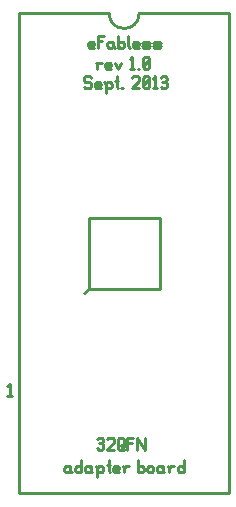
<source format=gbr>
G04 start of page 7 for group -4079 idx -4079 *
G04 Title: (unknown), topsilk *
G04 Creator: pcb 1.99z *
G04 CreationDate: Fri Sep 27 15:25:09 2013 UTC *
G04 For: tim *
G04 Format: Gerber/RS-274X *
G04 PCB-Dimensions (mil): 810.00 1660.00 *
G04 PCB-Coordinate-Origin: lower left *
%MOIN*%
%FSLAX25Y25*%
%LNTOPSILK*%
%ADD30C,0.0100*%
G54D30*X22500Y9500D02*X23000Y9000D01*
X21500Y9500D02*X22500D01*
X21000Y9000D02*X21500Y9500D01*
X21000Y9000D02*Y8000D01*
X21500Y7500D01*
X23000Y9500D02*Y8000D01*
X23500Y7500D01*
X21500D02*X22500D01*
X23000Y8000D01*
X26700Y11500D02*Y7500D01*
X26200D02*X26700Y8000D01*
X25200Y7500D02*X26200D01*
X24700Y8000D02*X25200Y7500D01*
X24700Y9000D02*Y8000D01*
Y9000D02*X25200Y9500D01*
X26200D01*
X26700Y9000D01*
X29400Y9500D02*X29900Y9000D01*
X28400Y9500D02*X29400D01*
X27900Y9000D02*X28400Y9500D01*
X27900Y9000D02*Y8000D01*
X28400Y7500D01*
X29900Y9500D02*Y8000D01*
X30400Y7500D01*
X28400D02*X29400D01*
X29900Y8000D01*
X32100Y9000D02*Y6000D01*
X31600Y9500D02*X32100Y9000D01*
X32600Y9500D01*
X33600D01*
X34100Y9000D01*
Y8000D01*
X33600Y7500D02*X34100Y8000D01*
X32600Y7500D02*X33600D01*
X32100Y8000D02*X32600Y7500D01*
X35800Y11500D02*Y8000D01*
X36300Y7500D01*
X35300Y10000D02*X36300D01*
X37800Y7500D02*X39300D01*
X37300Y8000D02*X37800Y7500D01*
X37300Y9000D02*Y8000D01*
Y9000D02*X37800Y9500D01*
X38800D01*
X39300Y9000D01*
X37300Y8500D02*X39300D01*
Y9000D02*Y8500D01*
X41000Y9000D02*Y7500D01*
Y9000D02*X41500Y9500D01*
X42500D01*
X40500D02*X41000Y9000D01*
X45500Y11500D02*Y7500D01*
Y8000D02*X46000Y7500D01*
X47000D01*
X47500Y8000D01*
Y9000D02*Y8000D01*
X47000Y9500D02*X47500Y9000D01*
X46000Y9500D02*X47000D01*
X45500Y9000D02*X46000Y9500D01*
X48700Y9000D02*Y8000D01*
Y9000D02*X49200Y9500D01*
X50200D01*
X50700Y9000D01*
Y8000D01*
X50200Y7500D02*X50700Y8000D01*
X49200Y7500D02*X50200D01*
X48700Y8000D02*X49200Y7500D01*
X53400Y9500D02*X53900Y9000D01*
X52400Y9500D02*X53400D01*
X51900Y9000D02*X52400Y9500D01*
X51900Y9000D02*Y8000D01*
X52400Y7500D01*
X53900Y9500D02*Y8000D01*
X54400Y7500D01*
X52400D02*X53400D01*
X53900Y8000D01*
X56100Y9000D02*Y7500D01*
Y9000D02*X56600Y9500D01*
X57600D01*
X55600D02*X56100Y9000D01*
X60800Y11500D02*Y7500D01*
X60300D02*X60800Y8000D01*
X59300Y7500D02*X60300D01*
X58800Y8000D02*X59300Y7500D01*
X58800Y9000D02*Y8000D01*
Y9000D02*X59300Y9500D01*
X60300D01*
X60800Y9000D01*
X29500Y149000D02*X31000D01*
X29000Y149500D02*X29500Y149000D01*
X29000Y150500D02*Y149500D01*
Y150500D02*X29500Y151000D01*
X30500D01*
X31000Y150500D01*
X29000Y150000D02*X31000D01*
Y150500D02*Y150000D01*
X32200Y153000D02*Y149000D01*
Y153000D02*X34200D01*
X32200Y151200D02*X33700D01*
X36900Y151000D02*X37400Y150500D01*
X35900Y151000D02*X36900D01*
X35400Y150500D02*X35900Y151000D01*
X35400Y150500D02*Y149500D01*
X35900Y149000D01*
X37400Y151000D02*Y149500D01*
X37900Y149000D01*
X35900D02*X36900D01*
X37400Y149500D01*
X39100Y153000D02*Y149000D01*
Y149500D02*X39600Y149000D01*
X40600D01*
X41100Y149500D01*
Y150500D02*Y149500D01*
X40600Y151000D02*X41100Y150500D01*
X39600Y151000D02*X40600D01*
X39100Y150500D02*X39600Y151000D01*
X42300Y153000D02*Y149500D01*
X42800Y149000D01*
X44300D02*X45800D01*
X43800Y149500D02*X44300Y149000D01*
X43800Y150500D02*Y149500D01*
Y150500D02*X44300Y151000D01*
X45300D01*
X45800Y150500D01*
X43800Y150000D02*X45800D01*
Y150500D02*Y150000D01*
X47500Y149000D02*X49000D01*
X49500Y149500D01*
X49000Y150000D02*X49500Y149500D01*
X47500Y150000D02*X49000D01*
X47000Y150500D02*X47500Y150000D01*
X47000Y150500D02*X47500Y151000D01*
X49000D01*
X49500Y150500D01*
X47000Y149500D02*X47500Y149000D01*
X51200D02*X52700D01*
X53200Y149500D01*
X52700Y150000D02*X53200Y149500D01*
X51200Y150000D02*X52700D01*
X50700Y150500D02*X51200Y150000D01*
X50700Y150500D02*X51200Y151000D01*
X52700D01*
X53200Y150500D01*
X50700Y149500D02*X51200Y149000D01*
X32000Y143500D02*Y142000D01*
Y143500D02*X32500Y144000D01*
X33500D01*
X31500D02*X32000Y143500D01*
X35200Y142000D02*X36700D01*
X34700Y142500D02*X35200Y142000D01*
X34700Y143500D02*Y142500D01*
Y143500D02*X35200Y144000D01*
X36200D01*
X36700Y143500D01*
X34700Y143000D02*X36700D01*
Y143500D02*Y143000D01*
X37900Y144000D02*X38900Y142000D01*
X39900Y144000D02*X38900Y142000D01*
X42900Y145200D02*X43700Y146000D01*
Y142000D01*
X42900D02*X44400D01*
X45600D02*X46100D01*
X47300Y142500D02*X47800Y142000D01*
X47300Y145500D02*Y142500D01*
Y145500D02*X47800Y146000D01*
X48800D01*
X49300Y145500D01*
Y142500D01*
X48800Y142000D02*X49300Y142500D01*
X47800Y142000D02*X48800D01*
X47300Y143000D02*X49300Y145000D01*
X29500Y139500D02*X30000Y139000D01*
X28000Y139500D02*X29500D01*
X27500Y139000D02*X28000Y139500D01*
X27500Y139000D02*Y138000D01*
X28000Y137500D01*
X29500D01*
X30000Y137000D01*
Y136000D01*
X29500Y135500D02*X30000Y136000D01*
X28000Y135500D02*X29500D01*
X27500Y136000D02*X28000Y135500D01*
X31700D02*X33200D01*
X31200Y136000D02*X31700Y135500D01*
X31200Y137000D02*Y136000D01*
Y137000D02*X31700Y137500D01*
X32700D01*
X33200Y137000D01*
X31200Y136500D02*X33200D01*
Y137000D02*Y136500D01*
X34900Y137000D02*Y134000D01*
X34400Y137500D02*X34900Y137000D01*
X35400Y137500D01*
X36400D01*
X36900Y137000D01*
Y136000D01*
X36400Y135500D02*X36900Y136000D01*
X35400Y135500D02*X36400D01*
X34900Y136000D02*X35400Y135500D01*
X38600Y139500D02*Y136000D01*
X39100Y135500D01*
X38100Y138000D02*X39100D01*
X40100Y135500D02*X40600D01*
X43600Y139000D02*X44100Y139500D01*
X45600D01*
X46100Y139000D01*
Y138000D01*
X43600Y135500D02*X46100Y138000D01*
X43600Y135500D02*X46100D01*
X47300Y136000D02*X47800Y135500D01*
X47300Y139000D02*Y136000D01*
Y139000D02*X47800Y139500D01*
X48800D01*
X49300Y139000D01*
Y136000D01*
X48800Y135500D02*X49300Y136000D01*
X47800Y135500D02*X48800D01*
X47300Y136500D02*X49300Y138500D01*
X50500Y138700D02*X51300Y139500D01*
Y135500D01*
X50500D02*X52000D01*
X53200Y139000D02*X53700Y139500D01*
X54700D01*
X55200Y139000D01*
X54700Y135500D02*X55200Y136000D01*
X53700Y135500D02*X54700D01*
X53200Y136000D02*X53700Y135500D01*
Y137700D02*X54700D01*
X55200Y139000D02*Y138200D01*
Y137200D02*Y136000D01*
Y137200D02*X54700Y137700D01*
X55200Y138200D02*X54700Y137700D01*
X2000Y36200D02*X2800Y37000D01*
Y33000D01*
X2000D02*X3500D01*
X32000Y18500D02*X32500Y19000D01*
X33500D01*
X34000Y18500D01*
X33500Y15000D02*X34000Y15500D01*
X32500Y15000D02*X33500D01*
X32000Y15500D02*X32500Y15000D01*
Y17200D02*X33500D01*
X34000Y18500D02*Y17700D01*
Y16700D02*Y15500D01*
Y16700D02*X33500Y17200D01*
X34000Y17700D02*X33500Y17200D01*
X35200Y18500D02*X35700Y19000D01*
X37200D01*
X37700Y18500D01*
Y17500D01*
X35200Y15000D02*X37700Y17500D01*
X35200Y15000D02*X37700D01*
X38900Y18500D02*Y15500D01*
Y18500D02*X39400Y19000D01*
X40400D01*
X40900Y18500D01*
Y16000D01*
X39900Y15000D02*X40900Y16000D01*
X39400Y15000D02*X39900D01*
X38900Y15500D02*X39400Y15000D01*
X39900Y16500D02*X40900Y15000D01*
X42100Y19000D02*Y15000D01*
Y19000D02*X44100D01*
X42100Y17200D02*X43600D01*
X45300Y19000D02*Y15000D01*
Y19000D02*X47800Y15000D01*
Y19000D02*Y15000D01*
X6000Y160500D02*Y500D01*
X76000D01*
Y160500D01*
X6000D02*X36000D01*
X46000D02*X76000D01*
X36000D02*G75*G03X46000Y160500I5000J0D01*G01*
X29174Y92326D02*X52826D01*
X29174D02*Y68674D01*
X52826D01*
Y92326D02*Y68674D01*
X29174D02*X27674Y67174D01*
M02*

</source>
